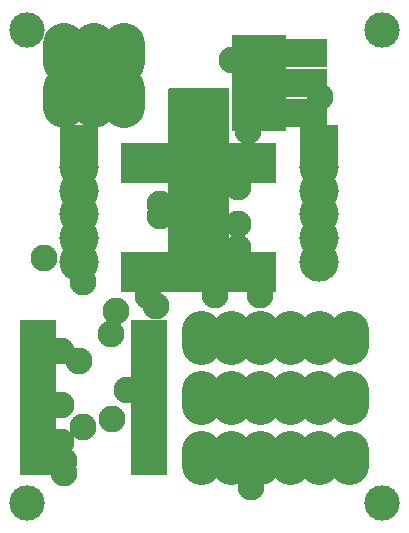
<source format=gbr>
G04 EAGLE Gerber X2 export*
%TF.Part,Single*%
%TF.FileFunction,Soldermask,Top,1*%
%TF.FilePolarity,Negative*%
%TF.GenerationSoftware,Autodesk,EAGLE,9.1.0*%
%TF.CreationDate,2018-11-25T22:57:03Z*%
G75*
%MOMM*%
%FSLAX34Y34*%
%LPD*%
%AMOC8*
5,1,8,0,0,1.08239X$1,22.5*%
G01*
%ADD10C,3.000000*%
%ADD11R,1.800000X3.400000*%
%ADD12R,3.320800X3.320800*%
%ADD13C,3.320800*%
%ADD14C,3.308000*%
%ADD15R,3.098800X1.676400*%
%ADD16R,2.400000X2.400000*%
%ADD17R,3.000000X3.100000*%
%ADD18C,3.524000*%
%ADD19C,2.269200*%

G36*
X190020Y199242D02*
X190020Y199242D01*
X190039Y199240D01*
X190141Y199262D01*
X190243Y199279D01*
X190260Y199288D01*
X190280Y199292D01*
X190369Y199345D01*
X190460Y199394D01*
X190474Y199408D01*
X190491Y199418D01*
X190558Y199497D01*
X190630Y199572D01*
X190638Y199590D01*
X190651Y199605D01*
X190690Y199701D01*
X190733Y199795D01*
X190735Y199815D01*
X190743Y199833D01*
X190761Y200000D01*
X190761Y370000D01*
X190758Y370020D01*
X190760Y370039D01*
X190738Y370141D01*
X190722Y370243D01*
X190712Y370260D01*
X190708Y370280D01*
X190655Y370369D01*
X190606Y370460D01*
X190592Y370474D01*
X190582Y370491D01*
X190503Y370558D01*
X190428Y370630D01*
X190410Y370638D01*
X190395Y370651D01*
X190299Y370690D01*
X190205Y370733D01*
X190185Y370735D01*
X190167Y370743D01*
X190000Y370761D01*
X140000Y370761D01*
X139980Y370758D01*
X139961Y370760D01*
X139859Y370738D01*
X139757Y370722D01*
X139740Y370712D01*
X139720Y370708D01*
X139631Y370655D01*
X139540Y370606D01*
X139526Y370592D01*
X139509Y370582D01*
X139442Y370503D01*
X139371Y370428D01*
X139362Y370410D01*
X139349Y370395D01*
X139310Y370299D01*
X139267Y370205D01*
X139265Y370185D01*
X139257Y370167D01*
X139239Y370000D01*
X139239Y200000D01*
X139242Y199980D01*
X139240Y199961D01*
X139262Y199859D01*
X139279Y199757D01*
X139288Y199740D01*
X139292Y199720D01*
X139345Y199631D01*
X139394Y199540D01*
X139408Y199526D01*
X139418Y199509D01*
X139497Y199442D01*
X139572Y199371D01*
X139590Y199362D01*
X139605Y199349D01*
X139701Y199310D01*
X139795Y199267D01*
X139815Y199265D01*
X139833Y199257D01*
X140000Y199239D01*
X190000Y199239D01*
X190020Y199242D01*
G37*
D10*
X20000Y420000D03*
X20000Y20000D03*
X320000Y420000D03*
X320000Y20000D03*
D11*
X120650Y215300D03*
X196850Y307300D03*
X107950Y215300D03*
X133350Y215300D03*
X146050Y215300D03*
X184150Y307300D03*
X209550Y307300D03*
X222250Y307300D03*
X171450Y215300D03*
X209550Y215300D03*
X158750Y215300D03*
X184150Y215300D03*
X222250Y215300D03*
X196850Y215300D03*
X171450Y307300D03*
X158750Y307300D03*
X146050Y307300D03*
X133350Y307300D03*
X120650Y307300D03*
X107950Y307300D03*
D12*
X266700Y324000D03*
D13*
X266700Y304000D03*
X266700Y284000D03*
X266700Y264000D03*
X266700Y244000D03*
X266700Y224000D03*
D12*
X63500Y324000D03*
D13*
X63500Y304000D03*
X63500Y284000D03*
X63500Y264000D03*
X63500Y244000D03*
X63500Y224000D03*
D14*
X292100Y166240D02*
X292100Y153160D01*
X267100Y153160D02*
X267100Y166240D01*
X242100Y166240D02*
X242100Y153160D01*
X217100Y153160D02*
X217100Y166240D01*
X192100Y166240D02*
X192100Y153160D01*
X167100Y153160D02*
X167100Y166240D01*
X292100Y64640D02*
X292100Y51560D01*
X267100Y51560D02*
X267100Y64640D01*
X242100Y64640D02*
X242100Y51560D01*
X217100Y51560D02*
X217100Y64640D01*
X192100Y64640D02*
X192100Y51560D01*
X167100Y51560D02*
X167100Y64640D01*
X292100Y102360D02*
X292100Y115440D01*
X267100Y115440D02*
X267100Y102360D01*
X242100Y102360D02*
X242100Y115440D01*
X217100Y115440D02*
X217100Y102360D01*
X192100Y102360D02*
X192100Y115440D01*
X167100Y115440D02*
X167100Y102360D01*
D15*
X123190Y51750D03*
X123190Y64450D03*
X123190Y77150D03*
X123190Y89850D03*
X123190Y102550D03*
X123190Y115250D03*
X123190Y127950D03*
X123190Y140650D03*
X123190Y153350D03*
X123190Y166050D03*
X29210Y166050D03*
X29210Y153350D03*
X29210Y140650D03*
X29210Y127950D03*
X29210Y115250D03*
X29210Y102550D03*
X29210Y89850D03*
X29210Y77150D03*
X29210Y64450D03*
X29210Y51750D03*
D16*
X246500Y401000D03*
X261500Y401000D03*
X246500Y375600D03*
X261500Y375600D03*
D17*
X207400Y401000D03*
X224400Y401000D03*
X207400Y375600D03*
X224400Y375600D03*
D16*
X246500Y350200D03*
X261500Y350200D03*
D17*
X207400Y350200D03*
X224400Y350200D03*
D18*
X101600Y393380D02*
X101600Y408620D01*
X76200Y408620D02*
X76200Y393380D01*
X50800Y393380D02*
X50800Y408620D01*
X101600Y370520D02*
X101600Y355280D01*
X76200Y355280D02*
X76200Y370520D01*
X50800Y370520D02*
X50800Y355280D01*
D19*
X177800Y330200D03*
X165100Y330200D03*
X152400Y330200D03*
X152400Y342900D03*
X165100Y342900D03*
X177800Y342900D03*
X177800Y355600D03*
X165100Y355600D03*
X152400Y355600D03*
X48633Y102921D03*
X104052Y115362D03*
X193401Y394719D03*
X178698Y195663D03*
X66729Y83694D03*
X209235Y32799D03*
X206973Y334776D03*
X132327Y272571D03*
X91611Y90480D03*
X95004Y182091D03*
X66729Y206973D03*
X33930Y227331D03*
X128934Y186615D03*
X197925Y255606D03*
X268047Y363051D03*
X132327Y262392D03*
X48633Y71253D03*
X217152Y195663D03*
X50895Y45240D03*
X50895Y55419D03*
X48633Y148161D03*
X197925Y287274D03*
X90480Y162864D03*
X122148Y194532D03*
X63336Y140244D03*
X197925Y235248D03*
M02*

</source>
